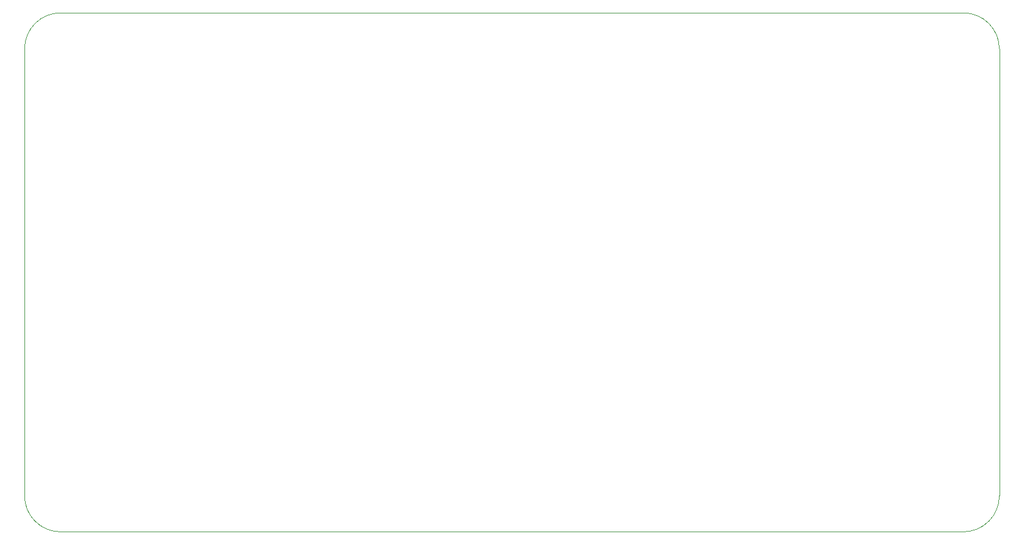
<source format=gbr>
%TF.GenerationSoftware,KiCad,Pcbnew,9.0.4*%
%TF.CreationDate,2025-10-25T01:57:36-05:00*%
%TF.ProjectId,ControlsLeader_PCB,436f6e74-726f-46c7-934c-65616465725f,rev?*%
%TF.SameCoordinates,Original*%
%TF.FileFunction,Profile,NP*%
%FSLAX46Y46*%
G04 Gerber Fmt 4.6, Leading zero omitted, Abs format (unit mm)*
G04 Created by KiCad (PCBNEW 9.0.4) date 2025-10-25 01:57:36*
%MOMM*%
%LPD*%
G01*
G04 APERTURE LIST*
%TA.AperFunction,Profile*%
%ADD10C,0.050000*%
%TD*%
G04 APERTURE END LIST*
D10*
X85000000Y-63000000D02*
X85000000Y-125000000D01*
X85000000Y-63000000D02*
G75*
G02*
X90000000Y-58000000I5000000J0D01*
G01*
X220000000Y-125000000D02*
G75*
G02*
X215000000Y-130000000I-5000000J0D01*
G01*
X90000000Y-130000000D02*
G75*
G02*
X85000000Y-125000000I0J5000000D01*
G01*
X215000000Y-58000000D02*
X90000000Y-58000000D01*
X215000000Y-58000000D02*
G75*
G02*
X220000000Y-63000000I0J-5000000D01*
G01*
X90000000Y-130000000D02*
X215000000Y-130000000D01*
X220000000Y-125000000D02*
X220000000Y-63000000D01*
M02*

</source>
